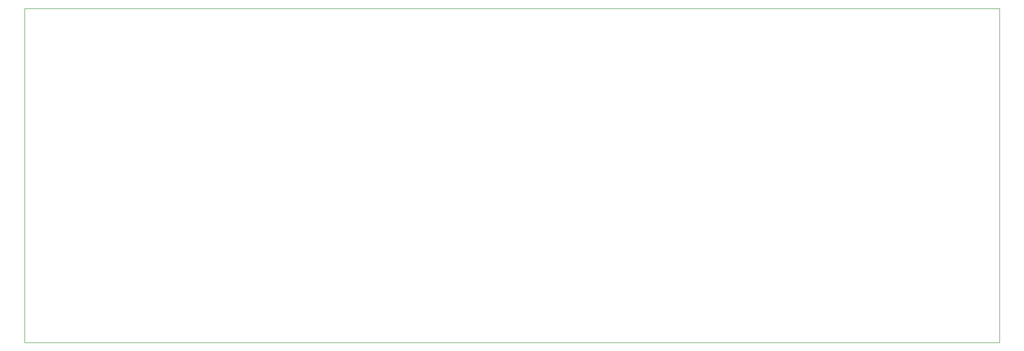
<source format=gbr>
%TF.GenerationSoftware,KiCad,Pcbnew,7.0.9*%
%TF.CreationDate,2023-12-10T13:16:36+00:00*%
%TF.ProjectId,Robust-IO-Expander,526f6275-7374-42d4-994f-2d457870616e,V1*%
%TF.SameCoordinates,Original*%
%TF.FileFunction,Profile,NP*%
%FSLAX46Y46*%
G04 Gerber Fmt 4.6, Leading zero omitted, Abs format (unit mm)*
G04 Created by KiCad (PCBNEW 7.0.9) date 2023-12-10 13:16:36*
%MOMM*%
%LPD*%
G01*
G04 APERTURE LIST*
%TA.AperFunction,Profile*%
%ADD10C,0.100000*%
%TD*%
G04 APERTURE END LIST*
D10*
X52832000Y-74422000D02*
X227832000Y-74422000D01*
X227832000Y-134422000D02*
X52832000Y-134422000D01*
X227832000Y-74422000D02*
X227832000Y-134422000D01*
X52832000Y-134422000D02*
X52832000Y-74422000D01*
M02*

</source>
